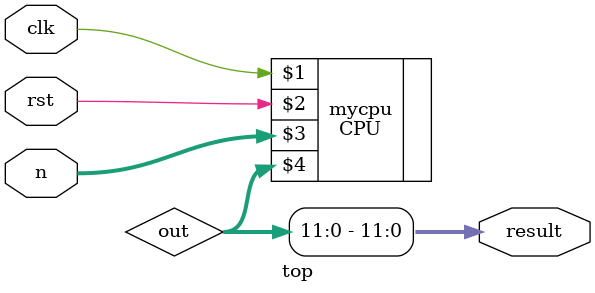
<source format=v>
`timescale 1ns / 1ps

module top(
		input clk,
		input rst,
		input [3:0] n,
		output [11:0] result
	);
	
	wire [31:0] out;
	CPU mycpu(clk, rst, n, out);//ÊµÀý»¯ CPU
	assign result = out[11:0];
endmodule
</source>
